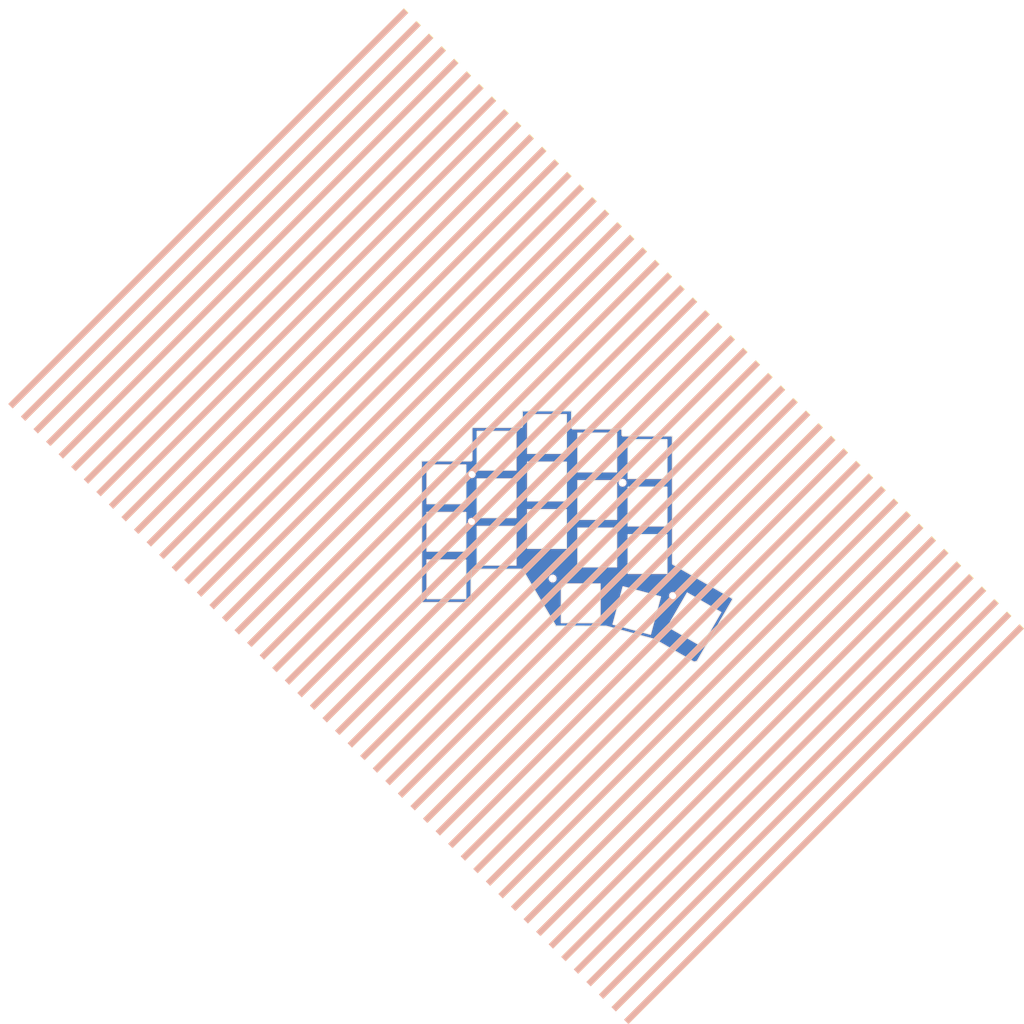
<source format=kicad_pcb>
(kicad_pcb (version 20211014) (generator pcbnew)
  (title_block (title "Corne Light") (date "2018-12-26") (rev "2.1") (company "foostan"))
  (layers (0 "F.Cu" signal) (31 "B.Cu" signal) (34 "B.Paste" user) (35 "F.Paste" user) (36 "B.SilkS" user "B.Silkscreen") (37 "F.SilkS" user "F.Silkscreen") (38 "B.Mask" user) (39 "F.Mask" user) (44 "Edge.Cuts" user))
  (net 0 "")
  (footprint "kbd:SW_Hole_choc" (layer "F.Cu") (at 85.91 70.4)
    (fp_text reference "SW2" hide)
    (fp_text value "SW_PUSH" hide)
    (fp_rect (start -6.9 -6.9) (end 6.9 6.9) (layer "Edge.Cuts") (width 0.12) (fill none))
  )
  (footprint "kbd:SW_Hole_choc" (layer "F.Cu") (at 103.91 58.4)
    (fp_text reference "SW3" hide)
    (fp_text value "SW_PUSH" hide)
    (fp_rect (start -6.9 -6.9) (end 6.9 6.9) (layer "Edge.Cuts") (width 0.12) (fill none))
  )
  (footprint "kbd:SW_Hole_choc" (layer "F.Cu") (at 121.91 52.4)
    (fp_text reference "SW4" hide)
    (fp_text value "SW_PUSH" hide)
    (fp_rect (start -6.9 -6.9) (end 6.9 6.9) (layer "Edge.Cuts") (width 0.12) (fill none))
  )
  (footprint "kbd:SW_Hole_choc" (layer "F.Cu") (at 139.91 59.02)
    (fp_text reference "SW5" hide)
    (fp_text value "SW_PUSH" hide)
    (fp_rect (start -6.9 -6.9) (end 6.9 6.9) (layer "Edge.Cuts") (width 0.12) (fill none))
  )
  (footprint "kbd:SW_Hole_choc" (layer "F.Cu") (at 157.91 61.4)
    (fp_text reference "SW6" hide)
    (fp_text value "SW_PUSH" hide)
    (fp_rect (start -6.9 -6.9) (end 6.9 6.9) (layer "Edge.Cuts") (width 0.12) (fill none))
  )
  (footprint "kbd:SW_Hole_choc" (layer "F.Cu") (at 85.91 87.4)
    (fp_text reference "SW8" hide)
    (fp_text value "SW_PUSH" hide)
    (fp_rect (start -6.9 -6.9) (end 6.9 6.9) (layer "Edge.Cuts") (width 0.12) (fill none))
  )
  (footprint "kbd:SW_Hole_choc" (layer "F.Cu") (at 103.91 75.4)
    (fp_text reference "SW9" hide)
    (fp_text value "SW_PUSH" hide)
    (fp_rect (start -6.9 -6.9) (end 6.9 6.9) (layer "Edge.Cuts") (width 0.12) (fill none))
  )
  (footprint "kbd:SW_Hole_choc" (layer "F.Cu") (at 121.91 69.4)
    (fp_text reference "SW10" hide)
    (fp_text value "SW_PUSH" hide)
    (fp_rect (start -6.9 -6.9) (end 6.9 6.9) (layer "Edge.Cuts") (width 0.12) (fill none))
  )
  (footprint "kbd:SW_Hole_choc" (layer "F.Cu") (at 139.91 76.02)
    (fp_text reference "SW11" hide)
    (fp_text value "SW_PUSH" hide)
    (fp_rect (start -6.9 -6.9) (end 6.9 6.9) (layer "Edge.Cuts") (width 0.12) (fill none))
  )
  (footprint "kbd:SW_Hole_choc" (layer "F.Cu") (at 157.91 78.4)
    (fp_text reference "SW12" hide)
    (fp_text value "SW_PUSH" hide)
    (fp_rect (start -6.9 -6.9) (end 6.9 6.9) (layer "Edge.Cuts") (width 0.12) (fill none))
  )
  (footprint "kbd:SW_Hole_choc" (layer "F.Cu") (at 85.91 104.4)
    (fp_text reference "SW14" hide)
    (fp_text value "SW_PUSH" hide)
    (fp_rect (start -6.9 -6.9) (end 6.9 6.9) (layer "Edge.Cuts") (width 0.12) (fill none))
  )
  (footprint "kbd:SW_Hole_choc" (layer "F.Cu") (at 103.91 92.4)
    (fp_text reference "SW15" hide)
    (fp_text value "SW_PUSH" hide)
    (fp_rect (start -6.9 -6.9) (end 6.9 6.9) (layer "Edge.Cuts") (width 0.12) (fill none))
  )
  (footprint "kbd:SW_Hole_choc" (layer "F.Cu") (at 121.91 86.4)
    (fp_text reference "SW16" hide)
    (fp_text value "SW_PUSH" hide)
    (fp_rect (start -6.9 -6.9) (end 6.9 6.9) (layer "Edge.Cuts") (width 0.12) (fill none))
  )
  (footprint "kbd:SW_Hole_choc" (layer "F.Cu") (at 139.91 93.025)
    (fp_text reference "SW17" hide)
    (fp_text value "SW_PUSH" hide)
    (fp_rect (start -6.9 -6.9) (end 6.9 6.9) (layer "Edge.Cuts") (width 0.12) (fill none))
  )
  (footprint "kbd:SW_Hole_choc" (layer "F.Cu") (at 157.91 95.4)
    (fp_text reference "SW18" hide)
    (fp_text value "SW_PUSH" hide)
    (fp_rect (start -6.9 -6.9) (end 6.9 6.9) (layer "Edge.Cuts") (width 0.12) (fill none))
  )
  (footprint "kbd:SW_Hole_choc" (layer "F.Cu") (at 134.01 112.99 180)
    (fp_text reference "SW19" hide)
    (fp_text value "SW_PUSH" hide)
    (fp_rect (start -6.9 -6.9) (end 6.9 6.9) (layer "Edge.Cuts") (width 0.12) (fill none))
  )
  (footprint "kbd:SW_Hole_choc" (layer "F.Cu") (at 154.06 115.58 165)
    (fp_text reference "SW20" hide)
    (fp_text value "SW_PUSH" hide)
    (fp_rect (start -6.9 -6.9) (end 6.9 6.9) (layer "Edge.Cuts") (width 0.12) (fill none))
  )
  (footprint "kbd:SW_Hole_choc" (layer "F.Cu") (at 174.66 118.79 -120)
    (fp_text reference "SW21" hide)
    (fp_text value "SW_PUSH" hide)
    (fp_rect (start -6.9 -6.9) (end 6.9 6.9) (layer "Edge.Cuts") (width 0.12) (fill none))
  )
  (footprint "kbd:M2_Threads_v2" (layer "F.Cu") (at 95 66.802)
    (fp_text reference "h6" hide)
    (fp_text value "h6" hide)
    (pad "" thru_hole circle (at 0 0) (size 2.3 2.3) (drill 2.3) (layers *.Cu *.Mask))
  )
  (footprint "kbd:M2_Threads_v2" (layer "F.Cu") (at 148.971 69.85)
    (fp_text reference "h7" hide)
    (fp_text value "h7" hide)
    (pad "" thru_hole circle (at 0 0) (size 2.3 2.3) (drill 2.3) (layers *.Cu *.Mask))
  )
  (footprint "kbd:M2_Threads_v2" (layer "F.Cu") (at 123.952 104.14)
    (fp_text reference "h4" hide)
    (fp_text value "h4" hide)
    (pad "" thru_hole circle (at 0 0) (size 2.3 2.3) (drill 2.3) (layers *.Cu *.Mask))
  )
  (footprint "kbd:M2_Threads_v2" (layer "F.Cu") (at 167.005 110.363)
    (fp_text reference "h3" hide)
    (fp_text value "h3" hide)
    (pad "" thru_hole circle (at 0 0) (size 2.3 2.3) (drill 2.3) (layers *.Cu *.Mask))
  )
  (footprint "kbd:M2_Threads_v2" (layer "F.Cu") (at 95 83.82)
    (fp_text reference "h5" hide)
    (fp_text value "h5" hide)
    (pad "" thru_hole circle (at 0 0) (size 2.3 2.3) (drill 2.3) (layers *.Cu *.Mask))
  )
  (footprint "kbd:lines" (layer "F.Cu") (at 108.197498 78.368516)
    (fp_text reference "svg2mod" hide)
    (fp_text value "G***" hide)
    (fp_poly (pts (xy 173.923683 33.121307) (xy 175.422749 34.620374) (xy 34.001392 176.041731) (xy 32.502326 174.542664) (xy 173.923683 33.121307)) (layer "F.SilkS") (width 0.097245) (fill solid))
    (fp_poly (pts (xy 79.482515 -61.31986) (xy 80.981581 -59.820794) (xy -60.439775 81.600563) (xy -61.938842 80.101497) (xy 79.482515 -61.31986)) (layer "F.SilkS") (width 0.097245) (fill solid))
    (fp_poly (pts (xy -1.46706 -142.269435) (xy 0.032006 -140.770369) (xy -141.389351 0.650988) (xy -142.888417 -0.848078) (xy -1.46706 -142.269435)) (layer "F.SilkS") (width 0.097245) (fill solid))
    (fp_poly (pts (xy -10.461456 -151.263831) (xy -8.96239 -149.764765) (xy -150.383747 -8.343408) (xy -151.882813 -9.842474) (xy -10.461456 -151.263831)) (layer "F.SilkS") (width 0.097245) (fill solid))
    (fp_poly (pts (xy 74.985316 -65.817059) (xy 76.484382 -64.317993) (xy -64.936975 77.103364) (xy -66.436041 75.604298) (xy 74.985316 -65.817059)) (layer "F.SilkS") (width 0.097245) (fill solid))
    (fp_poly (pts (xy 182.918081 42.115706) (xy 184.417147 43.614772) (xy 42.99579 185.036129) (xy 41.496724 183.537063) (xy 182.918081 42.115706)) (layer "F.SilkS") (width 0.097245) (fill solid))
    (fp_poly (pts (xy 16.521733 -124.280642) (xy 18.020799 -122.781576) (xy -123.400558 18.639781) (xy -124.899624 17.140715) (xy 16.521733 -124.280642)) (layer "F.SilkS") (width 0.097245) (fill solid))
    (fp_poly (pts (xy -23.953056 -164.755431) (xy -22.453987 -163.256362) (xy -163.875344 -21.835005) (xy -165.374413 -23.334074) (xy -23.953056 -164.755431)) (layer "F.SilkS") (width 0.097245) (fill solid))
    (fp_poly (pts (xy 48.002121 -92.800254) (xy 49.501188 -91.301188) (xy -91.920169 50.120169) (xy -93.419236 48.621103) (xy 48.002121 -92.800254)) (layer "F.SilkS") (width 0.097245) (fill solid))
    (fp_poly (pts (xy -19.455855 -160.25823) (xy -17.956789 -158.759165) (xy -159.378146 -17.337808) (xy -160.877212 -18.836873) (xy -19.455855 -160.25823)) (layer "F.SilkS") (width 0.097245) (fill solid))
    (fp_poly (pts (xy -37.444653 -178.247028) (xy -35.945587 -176.747962) (xy -177.366944 -35.326605) (xy -178.86601 -36.825671) (xy -37.444653 -178.247028)) (layer "F.SilkS") (width 0.097245) (fill solid))
    (fp_poly (pts (xy 151.437694 10.635319) (xy 152.93676 12.134385) (xy 11.515404 153.555742) (xy 10.016337 152.056676) (xy 151.437694 10.635319)) (layer "F.SilkS") (width 0.097245) (fill solid))
    (fp_poly (pts (xy 160.432092 19.629717) (xy 161.931159 21.128783) (xy 20.509802 162.55014) (xy 19.010735 161.051074) (xy 160.432092 19.629717)) (layer "F.SilkS") (width 0.097245) (fill solid))
    (fp_poly (pts (xy 56.996527 -83.805849) (xy 58.495593 -82.306782) (xy -82.925764 59.114575) (xy -84.42483 57.615508) (xy 56.996527 -83.805849)) (layer "F.SilkS") (width 0.097245) (fill solid))
    (fp_poly (pts (xy 164.929284 24.126909) (xy 166.428351 25.625976) (xy 25.006994 167.047333) (xy 23.507927 165.548266) (xy 164.929284 24.126909)) (layer "F.SilkS") (width 0.097245) (fill solid))
    (fp_poly (pts (xy 146.940509 6.138134) (xy 148.439575 7.6372) (xy 7.018219 149.058557) (xy 5.519152 147.559491) (xy 146.940509 6.138134)) (layer "F.SilkS") (width 0.097245) (fill solid))
    (fp_poly (pts (xy 137.946097 -2.856279) (xy 139.445163 -1.357212) (xy -1.976194 140.064145) (xy -3.47526 138.565078) (xy 137.946097 -2.856279)) (layer "F.SilkS") (width 0.097245) (fill solid))
    (fp_poly (pts (xy 97.471312 -43.331064) (xy 98.970378 -41.831997) (xy -42.450979 99.58936) (xy -43.950045 98.090293) (xy 97.471312 -43.331064)) (layer "F.SilkS") (width 0.097245) (fill solid))
    (fp_poly (pts (xy 155.934907 15.132532) (xy 157.433974 16.631599) (xy 16.012617 158.052955) (xy 14.51355 156.553889) (xy 155.934907 15.132532)) (layer "F.SilkS") (width 0.097245) (fill solid))
    (fp_poly (pts (xy 124.454499 -16.347876) (xy 125.953566 -14.84881) (xy -15.467791 126.572547) (xy -16.966858 125.073481) (xy 124.454499 -16.347876)) (layer "F.SilkS") (width 0.097245) (fill solid))
    (fp_poly (pts (xy 92.974113 -47.828263) (xy 94.473179 -46.329196) (xy -46.948178 95.092161) (xy -48.447244 93.593094) (xy 92.974113 -47.828263)) (layer "F.SilkS") (width 0.097245) (fill solid))
    (fp_poly (pts (xy -37.444653 -178.247028) (xy -35.945587 -176.747962) (xy -177.366944 -35.326605) (xy -178.86601 -36.825671) (xy -37.444653 -178.247028)) (layer "F.SilkS") (width 0.097245) (fill solid))
    (fp_poly (pts (xy 83.979714 -56.822661) (xy 85.478781 -55.323595) (xy -55.942576 86.097762) (xy -57.441643 84.598696) (xy 83.979714 -56.822661)) (layer "F.SilkS") (width 0.097245) (fill solid))
    (fp_poly (pts (xy 7.527339 -133.275036) (xy 9.026405 -131.77597) (xy -132.394952 9.645387) (xy -133.894018 8.146321) (xy 7.527339 -133.275036)) (layer "F.SilkS") (width 0.097245) (fill solid))
    (fp_poly (pts (xy 3.03014 -137.772235) (xy 4.529206 -136.273169) (xy -136.892151 5.148188) (xy -138.391217 3.649122) (xy 3.03014 -137.772235)) (layer "F.SilkS") (width 0.097245) (fill solid))
    (fp_poly (pts (xy -5.964259 -146.766634) (xy -4.465193 -145.267569) (xy -145.88655 -3.846212) (xy -147.385616 -5.345277) (xy -5.964259 -146.766634)) (layer "F.SilkS") (width 0.097245) (fill solid))
    (fp_poly (pts (xy -28.450255 -169.25263) (xy -26.951188 -167.753564) (xy -168.372545 -26.332207) (xy -169.871612 -27.831273) (xy -28.450255 -169.25263)) (layer "F.SilkS") (width 0.097245) (fill solid))
    (fp_poly (pts (xy 61.493726 -79.30865) (xy 62.992792 -77.809583) (xy -78.428565 63.611774) (xy -79.927631 62.112707) (xy 61.493726 -79.30865)) (layer "F.SilkS") (width 0.097245) (fill solid))
    (fp_poly (pts (xy 39.007723 -101.794652) (xy 40.506789 -100.295586) (xy -100.914568 41.125771) (xy -102.413634 39.626705) (xy 39.007723 -101.794652)) (layer "F.SilkS") (width 0.097245) (fill solid))
    (fp_poly (pts (xy 178.420896 37.618521) (xy 179.919962 39.117587) (xy 38.498605 180.538944) (xy 36.999539 179.039878) (xy 178.420896 37.618521)) (layer "F.SilkS") (width 0.097245) (fill solid))
    (fp_poly (pts (xy 133.448898 -7.353478) (xy 134.947964 -5.854411) (xy -6.473393 135.566946) (xy -7.972459 134.067879) (xy 133.448898 -7.353478)) (layer "F.SilkS") (width 0.097245) (fill solid))
    (fp_poly (pts (xy 34.510531 -106.291844) (xy 36.009597 -104.792778) (xy -105.41176 36.628579) (xy -106.910826 35.129513) (xy 34.510531 -106.291844)) (layer "F.SilkS") (width 0.097245) (fill solid))
    (fp_poly (pts (xy 110.962902 -29.839473) (xy 112.461968 -28.340407) (xy -28.959389 113.08095) (xy -30.458455 111.581884) (xy 110.962902 -29.839473)) (layer "F.SilkS") (width 0.097245) (fill solid))
    (fp_poly (pts (xy -32.947454 -173.749829) (xy -31.448388 -172.250763) (xy -172.869744 -30.829406) (xy -174.368811 -32.328472) (xy -32.947454 -173.749829)) (layer "F.SilkS") (width 0.097245) (fill solid))
    (fp_poly (pts (xy -14.958656 -155.761031) (xy -13.45959 -154.261965) (xy -154.880947 -12.840608) (xy -156.380013 -14.339674) (xy -14.958656 -155.761031)) (layer "F.SilkS") (width 0.097245) (fill solid))
    (fp_poly (pts (xy 65.990918 -74.811458) (xy 67.489984 -73.312391) (xy -73.931373 68.108966) (xy -75.430439 66.609899) (xy 65.990918 -74.811458)) (layer "F.SilkS") (width 0.097245) (fill solid))
    (fp_poly (pts (xy 30.013332 -110.789043) (xy 31.512398 -109.289977) (xy -109.908959 32.13138) (xy -111.408025 30.632313) (xy 30.013332 -110.789043)) (layer "F.SilkS") (width 0.097245) (fill solid))
    (fp_poly (pts (xy 106.465703 -34.336672) (xy 107.964769 -32.837606) (xy -33.456588 108.583751) (xy -34.955654 107.084685) (xy 106.465703 -34.336672)) (layer "F.SilkS") (width 0.097245) (fill solid))
    (fp_poly (pts (xy 169.426498 28.624122) (xy 170.925564 30.123189) (xy 29.504207 171.544546) (xy 28.005141 170.045479) (xy 169.426498 28.624122)) (layer "F.SilkS") (width 0.097245) (fill solid))
    (fp_poly (pts (xy 88.476913 -52.325462) (xy 89.97598 -50.826395) (xy -51.445377 90.594961) (xy -52.944444 89.095895) (xy 88.476913 -52.325462)) (layer "F.SilkS") (width 0.097245) (fill solid))
    (fp_poly (pts (xy 25.516133 -115.286243) (xy 27.015199 -113.787176) (xy -114.406158 27.634181) (xy -115.905224 26.135114) (xy 25.516133 -115.286243)) (layer "F.SilkS") (width 0.097245) (fill solid))
    (fp_poly (pts (xy 115.460101 -25.342274) (xy 116.959167 -23.843208) (xy -24.462189 117.578149) (xy -25.961256 116.079083) (xy 115.460101 -25.342274)) (layer "F.SilkS") (width 0.097245) (fill solid))
    (fp_poly (pts (xy 21.018933 -119.783442) (xy 22.517998 -118.284377) (xy -118.903358 23.13698) (xy -120.402424 21.637915) (xy 21.018933 -119.783442)) (layer "F.SilkS") (width 0.097245) (fill solid))
    (fp_poly (pts (xy 128.951698 -11.850677) (xy 130.450765 -10.35161) (xy -10.970592 131.069747) (xy -12.469658 129.57068) (xy 128.951698 -11.850677)) (layer "F.SilkS") (width 0.097245) (fill solid))
    (fp_poly (pts (xy 70.488117 -70.314258) (xy 71.987183 -68.815192) (xy -69.434174 72.606165) (xy -70.93324 71.107099) (xy 70.488117 -70.314258)) (layer "F.SilkS") (width 0.097245) (fill solid))
    (fp_poly (pts (xy 12.024539 -128.777836) (xy 13.523605 -127.27877) (xy -127.897752 14.142587) (xy -129.396818 12.643521) (xy 12.024539 -128.777836)) (layer "F.SilkS") (width 0.097245) (fill solid))
    (fp_poly (pts (xy 43.504922 -97.297453) (xy 45.003988 -95.798387) (xy -96.417368 45.62297) (xy -97.916435 44.123904) (xy 43.504922 -97.297453)) (layer "F.SilkS") (width 0.097245) (fill solid))
    (fp_poly (pts (xy 101.968511 -38.833864) (xy 103.467577 -37.334798) (xy -37.95378 104.086559) (xy -39.452846 102.587492) (xy 101.968511 -38.833864)) (layer "F.SilkS") (width 0.097245) (fill solid))
    (fp_poly (pts (xy 52.499327 -88.303048) (xy 53.998394 -86.803981) (xy -87.422963 54.617376) (xy -88.92203 53.118309) (xy 52.499327 -88.303048)) (layer "F.SilkS") (width 0.097245) (fill solid))
    (fp_poly (pts (xy 142.443296 1.640921) (xy 143.942362 3.139987) (xy 2.521005 144.561344) (xy 1.021939 143.062278) (xy 142.443296 1.640921)) (layer "F.SilkS") (width 0.097245) (fill solid))
    (fp_poly (pts (xy 119.9573 -20.845075) (xy 121.456367 -19.346009) (xy -19.96499 122.075348) (xy -21.464057 120.576282) (xy 119.9573 -20.845075)) (layer "F.SilkS") (width 0.097245) (fill solid))
  )
  (footprint "kbd:lines-mirrored" (layer "B.Cu") (at 108.070498 78.495516 180)
    (fp_text reference "svg2mod" hide)
    (fp_text value "G***" hide)
    (fp_poly (pts (xy -160.432092 -19.629717) (xy -161.931159 -21.128783) (xy -20.509802 -162.55014) (xy -19.010735 -161.051074) (xy -160.432092 -19.629717)) (layer "B.SilkS") (width 0.097245) (fill solid))
    (fp_poly (pts (xy -21.018933 119.783442) (xy -22.517998 118.284377) (xy 118.903358 -23.13698) (xy 120.402424 -21.637915) (xy -21.018933 119.783442)) (layer "B.SilkS") (width 0.097245) (fill solid))
    (fp_poly (pts (xy -155.934907 -15.132532) (xy -157.433974 -16.631599) (xy -16.012617 -158.052955) (xy -14.51355 -156.553889) (xy -155.934907 -15.132532)) (layer "B.SilkS") (width 0.097245) (fill solid))
    (fp_poly (pts (xy -164.929284 -24.126909) (xy -166.428351 -25.625976) (xy -25.006994 -167.047333) (xy -23.507927 -165.548266) (xy -164.929284 -24.126909)) (layer "B.SilkS") (width 0.097245) (fill solid))
    (fp_poly (pts (xy -133.448898 7.353478) (xy -134.947964 5.854411) (xy 6.473393 -135.566946) (xy 7.972459 -134.067879) (xy -133.448898 7.353478)) (layer "B.SilkS") (width 0.097245) (fill solid))
    (fp_poly (pts (xy -115.460101 25.342274) (xy -116.959167 23.843208) (xy 24.462189 -117.578149) (xy 25.961256 -116.079083) (xy -115.460101 25.342274)) (layer "B.SilkS") (width 0.097245) (fill solid))
    (fp_poly (pts (xy -7.527339 133.275036) (xy -9.026405 131.77597) (xy 132.394952 -9.645387) (xy 133.894018 -8.146321) (xy -7.527339 133.275036)) (layer "B.SilkS") (width 0.097245) (fill solid))
    (fp_poly (pts (xy -56.996527 83.805849) (xy -58.495593 82.306782) (xy 82.925764 -59.114575) (xy 84.42483 -57.615508) (xy -56.996527 83.805849)) (layer "B.SilkS") (width 0.097245) (fill solid))
    (fp_poly (pts (xy -25.516133 115.286243) (xy -27.015199 113.787176) (xy 114.406158 -27.634181) (xy 115.905224 -26.135114) (xy -25.516133 115.286243)) (layer "B.SilkS") (width 0.097245) (fill solid))
    (fp_poly (pts (xy 28.450255 169.25263) (xy 26.951188 167.753564) (xy 168.372545 26.332207) (xy 169.871612 27.831273) (xy 28.450255 169.25263)) (layer "B.SilkS") (width 0.097245) (fill solid))
    (fp_poly (pts (xy -169.426498 -28.624122) (xy -170.925564 -30.123189) (xy -29.504207 -171.544546) (xy -28.005141 -170.045479) (xy -169.426498 -28.624122)) (layer "B.SilkS") (width 0.097245) (fill solid))
    (fp_poly (pts (xy -142.443296 -1.640921) (xy -143.942362 -3.139987) (xy -2.521005 -144.561344) (xy -1.021939 -143.062278) (xy -142.443296 -1.640921)) (layer "B.SilkS") (width 0.097245) (fill solid))
    (fp_poly (pts (xy -83.979714 56.822661) (xy -85.478781 55.323595) (xy 55.942576 -86.097762) (xy 57.441643 -84.598696) (xy -83.979714 56.822661)) (layer "B.SilkS") (width 0.097245) (fill solid))
    (fp_poly (pts (xy -119.9573 20.845075) (xy -121.456367 19.346009) (xy 19.96499 -122.075348) (xy 21.464057 -120.576282) (xy -119.9573 20.845075)) (layer "B.SilkS") (width 0.097245) (fill solid))
    (fp_poly (pts (xy 10.461456 151.263831) (xy 8.96239 149.764765) (xy 150.383747 8.343408) (xy 151.882813 9.842474) (xy 10.461456 151.263831)) (layer "B.SilkS") (width 0.097245) (fill solid))
    (fp_poly (pts (xy -110.962902 29.839473) (xy -112.461968 28.340407) (xy 28.959389 -113.08095) (xy 30.458455 -111.581884) (xy -110.962902 29.839473)) (layer "B.SilkS") (width 0.097245) (fill solid))
    (fp_poly (pts (xy -70.488117 70.314258) (xy -71.987183 68.815192) (xy 69.434174 -72.606165) (xy 70.93324 -71.107099) (xy -70.488117 70.314258)) (layer "B.SilkS") (width 0.097245) (fill solid))
    (fp_poly (pts (xy -79.482515 61.31986) (xy -80.981581 59.820794) (xy 60.439775 -81.600563) (xy 61.938842 -80.101497) (xy -79.482515 61.31986)) (layer "B.SilkS") (width 0.097245) (fill solid))
    (fp_poly (pts (xy 37.444653 178.247028) (xy 35.945587 176.747962) (xy 177.366944 35.326605) (xy 178.86601 36.825671) (xy 37.444653 178.247028)) (layer "B.SilkS") (width 0.097245) (fill solid))
    (fp_poly (pts (xy -48.002121 92.800254) (xy -49.501188 91.301188) (xy 91.920169 -50.120169) (xy 93.419236 -48.621103) (xy -48.002121 92.800254)) (layer "B.SilkS") (width 0.097245) (fill solid))
    (fp_poly (pts (xy -34.510531 106.291844) (xy -36.009597 104.792778) (xy 105.41176 -36.628579) (xy 106.910826 -35.129513) (xy -34.510531 106.291844)) (layer "B.SilkS") (width 0.097245) (fill solid))
    (fp_poly (pts (xy -178.420896 -37.618521) (xy -179.919962 -39.117587) (xy -38.498605 -180.538944) (xy -36.999539 -179.039878) (xy -178.420896 -37.618521)) (layer "B.SilkS") (width 0.097245) (fill solid))
    (fp_poly (pts (xy -173.923683 -33.121307) (xy -175.422749 -34.620374) (xy -34.001392 -176.041731) (xy -32.502326 -174.542664) (xy -173.923683 -33.121307)) (layer "B.SilkS") (width 0.097245) (fill solid))
    (fp_poly (pts (xy -65.990918 74.811458) (xy -67.489984 73.312391) (xy 73.931373 -68.108966) (xy 75.430439 -66.609899) (xy -65.990918 74.811458)) (layer "B.SilkS") (width 0.097245) (fill solid))
    (fp_poly (pts (xy 14.958656 155.761031) (xy 13.45959 154.261965) (xy 154.880947 12.840608) (xy 156.380013 14.339674) (xy 14.958656 155.761031)) (layer "B.SilkS") (width 0.097245) (fill solid))
    (fp_poly (pts (xy -88.476913 52.325462) (xy -89.97598 50.826395) (xy 51.445377 -90.594961) (xy 52.944444 -89.095895) (xy -88.476913 52.325462)) (layer "B.SilkS") (width 0.097245) (fill solid))
    (fp_poly (pts (xy 23.953056 164.755431) (xy 22.453987 163.256362) (xy 163.875344 21.835005) (xy 165.374413 23.334074) (xy 23.953056 164.755431)) (layer "B.SilkS") (width 0.097245) (fill solid))
    (fp_poly (pts (xy -30.013332 110.789043) (xy -31.512398 109.289977) (xy 109.908959 -32.13138) (xy 111.408025 -30.632313) (xy -30.013332 110.789043)) (layer "B.SilkS") (width 0.097245) (fill solid))
    (fp_poly (pts (xy 19.455855 160.25823) (xy 17.956789 158.759165) (xy 159.378146 17.337808) (xy 160.877212 18.836873) (xy 19.455855 160.25823)) (layer "B.SilkS") (width 0.097245) (fill solid))
    (fp_poly (pts (xy -151.437694 -10.635319) (xy -152.93676 -12.134385) (xy -11.515404 -153.555742) (xy -10.016337 -152.056676) (xy -151.437694 -10.635319)) (layer "B.SilkS") (width 0.097245) (fill solid))
    (fp_poly (pts (xy -39.007723 101.794652) (xy -40.506789 100.295586) (xy 100.914568 -41.125771) (xy 102.413634 -39.626705) (xy -39.007723 101.794652)) (layer "B.SilkS") (width 0.097245) (fill solid))
    (fp_poly (pts (xy -137.946097 2.856279) (xy -139.445163 1.357212) (xy 1.976194 -140.064145) (xy 3.47526 -138.565078) (xy -137.946097 2.856279)) (layer "B.SilkS") (width 0.097245) (fill solid))
    (fp_poly (pts (xy -12.024539 128.777836) (xy -13.523605 127.27877) (xy 127.897752 -14.142587) (xy 129.396818 -12.643521) (xy -12.024539 128.777836)) (layer "B.SilkS") (width 0.097245) (fill solid))
    (fp_poly (pts (xy -52.499327 88.303048) (xy -53.998394 86.803981) (xy 87.422963 -54.617376) (xy 88.92203 -53.118309) (xy -52.499327 88.303048)) (layer "B.SilkS") (width 0.097245) (fill solid))
    (fp_poly (pts (xy -92.974113 47.828263) (xy -94.473179 46.329196) (xy 46.948178 -95.092161) (xy 48.447244 -93.593094) (xy -92.974113 47.828263)) (layer "B.SilkS") (width 0.097245) (fill solid))
    (fp_poly (pts (xy -43.504922 97.297453) (xy -45.003988 95.798387) (xy 96.417368 -45.62297) (xy 97.916435 -44.123904) (xy -43.504922 97.297453)) (layer "B.SilkS") (width 0.097245) (fill solid))
    (fp_poly (pts (xy 32.947454 173.749829) (xy 31.448388 172.250763) (xy 172.869744 30.829406) (xy 174.368811 32.328472) (xy 32.947454 173.749829)) (layer "B.SilkS") (width 0.097245) (fill solid))
    (fp_poly (pts (xy -97.471312 43.331064) (xy -98.970378 41.831997) (xy 42.450979 -99.58936) (xy 43.950045 -98.090293) (xy -97.471312 43.331064)) (layer "B.SilkS") (width 0.097245) (fill solid))
    (fp_poly (pts (xy 5.964259 146.766634) (xy 4.465193 145.267569) (xy 145.88655 3.846212) (xy 147.385616 5.345277) (xy 5.964259 146.766634)) (layer "B.SilkS") (width 0.097245) (fill solid))
    (fp_poly (pts (xy -101.968511 38.833864) (xy -103.467577 37.334798) (xy 37.95378 -104.086559) (xy 39.452846 -102.587492) (xy -101.968511 38.833864)) (layer "B.SilkS") (width 0.097245) (fill solid))
    (fp_poly (pts (xy -106.465703 34.336672) (xy -107.964769 32.837606) (xy 33.456588 -108.583751) (xy 34.955654 -107.084685) (xy -106.465703 34.336672)) (layer "B.SilkS") (width 0.097245) (fill solid))
    (fp_poly (pts (xy -61.493726 79.30865) (xy -62.992792 77.809583) (xy 78.428565 -63.611774) (xy 79.927631 -62.112707) (xy -61.493726 79.30865)) (layer "B.SilkS") (width 0.097245) (fill solid))
    (fp_poly (pts (xy -146.940509 -6.138134) (xy -148.439575 -7.6372) (xy -7.018219 -149.058557) (xy -5.519152 -147.559491) (xy -146.940509 -6.138134)) (layer "B.SilkS") (width 0.097245) (fill solid))
    (fp_poly (pts (xy -16.521733 124.280642) (xy -18.020799 122.781576) (xy 123.400558 -18.639781) (xy 124.899624 -17.140715) (xy -16.521733 124.280642)) (layer "B.SilkS") (width 0.097245) (fill solid))
    (fp_poly (pts (xy -128.951698 11.850677) (xy -130.450765 10.35161) (xy 10.970592 -131.069747) (xy 12.469658 -129.57068) (xy -128.951698 11.850677)) (layer "B.SilkS") (width 0.097245) (fill solid))
    (fp_poly (pts (xy -3.03014 137.772235) (xy -4.529206 136.273169) (xy 136.892151 -5.148188) (xy 138.391217 -3.649122) (xy -3.03014 137.772235)) (layer "B.SilkS") (width 0.097245) (fill solid))
    (fp_poly (pts (xy 37.444653 178.247028) (xy 35.945587 176.747962) (xy 177.366944 35.326605) (xy 178.86601 36.825671) (xy 37.444653 178.247028)) (layer "B.SilkS") (width 0.097245) (fill solid))
    (fp_poly (pts (xy -74.985316 65.817059) (xy -76.484382 64.317993) (xy 64.936975 -77.103364) (xy 66.436041 -75.604298) (xy -74.985316 65.817059)) (layer "B.SilkS") (width 0.097245) (fill solid))
    (fp_poly (pts (xy 1.46706 142.269435) (xy -0.032006 140.770369) (xy 141.389351 -0.650988) (xy 142.888417 0.848078) (xy 1.46706 142.269435)) (layer "B.SilkS") (width 0.097245) (fill solid))
    (fp_poly (pts (xy -182.918081 -42.115706) (xy -184.417147 -43.614772) (xy -42.99579 -185.036129) (xy -41.496724 -183.537063) (xy -182.918081 -42.115706)) (layer "B.SilkS") (width 0.097245) (fill solid))
    (fp_poly (pts (xy -124.454499 16.347876) (xy -125.953566 14.84881) (xy 15.467791 -126.572547) (xy 16.966858 -125.073481) (xy -124.454499 16.347876)) (layer "B.SilkS") (width 0.097245) (fill solid))
  )
  (gr_line (start 94.540847 62.014447) (end 77.4192 61.976) (layer "Edge.Cuts") (width 0.15))
  (gr_line (start 175.768 133.6548) (end 188.304 111.884) (layer "Edge.Cuts") (width 0.15))
  (gr_line (start 160.4772 125.984) (end 174.288668 133.9596) (layer "Edge.Cuts") (width 0.15))
  (gr_line (start 125.3744 121.240811) (end 143.1544 121.2596) (layer "Edge.Cuts") (width 0.15))
  (gr_arc (start 166.360498 53.055) (mid 166.678903 53.165683) (end 166.86 53.45) (layer "Edge.Cuts") (width 0.15))
  (gr_line (start 166.360498 53.055) (end 149.2932 53.06902) (layer "Edge.Cuts") (width 0.15))
  (gr_arc (start 95.040847 61.514447) (mid 94.8944 61.868) (end 94.540847 62.014447) (layer "Edge.Cuts") (width 0.15))
  (gr_arc (start 95.01712 50.50682) (mid 95.163567 50.153267) (end 95.51712 50.00682) (layer "Edge.Cuts") (width 0.15))
  (gr_line (start 130.31 44.0362) (end 113.53 44.049553) (layer "Edge.Cuts") (width 0.15))
  (gr_line (start 130.81 50.0534) (end 130.81 44.5362) (layer "Edge.Cuts") (width 0.15))
  (gr_line (start 148.2932 50.56902) (end 131.31 50.5534) (layer "Edge.Cuts") (width 0.15))
  (gr_line (start 148.7932 52.56902) (end 148.7932 51.06902) (layer "Edge.Cuts") (width 0.15))
  (gr_line (start 95.01712 50.50682) (end 95.040847 61.514447) (layer "Edge.Cuts") (width 0.15))
  (gr_line (start 112.54712 50.00682) (end 95.51712 50.00682) (layer "Edge.Cuts") (width 0.15))
  (gr_line (start 113.03 44.549553) (end 113.04712 49.50682) (layer "Edge.Cuts") (width 0.15))
  (gr_arc (start 113.04712 49.50682) (mid 112.900673 49.860373) (end 112.54712 50.00682) (layer "Edge.Cuts") (width 0.15))
  (gr_arc (start 113.03 44.549553) (mid 113.176447 44.196) (end 113.53 44.049553) (layer "Edge.Cuts") (width 0.15))
  (gr_arc (start 130.31 44.0362) (mid 130.663553 44.182647) (end 130.81 44.5362) (layer "Edge.Cuts") (width 0.15))
  (gr_arc (start 131.31 50.5534) (mid 130.956447 50.406953) (end 130.81 50.0534) (layer "Edge.Cuts") (width 0.15))
  (gr_arc (start 148.2932 50.56902) (mid 148.646753 50.715467) (end 148.7932 51.06902) (layer "Edge.Cuts") (width 0.15))
  (gr_arc (start 149.2932 53.06902) (mid 148.939647 52.922573) (end 148.7932 52.56902) (layer "Edge.Cuts") (width 0.15))
  (gr_line (start 95.4532 100.862652) (end 112.6236 100.862652) (layer "Edge.Cuts") (width 0.15))
  (gr_line (start 94.8436 105.5624) (end 94.8436 101.472252) (layer "Edge.Cuts") (width 0.15))
  (gr_arc (start 112.6236 100.862652) (mid 113.02279 100.980057) (end 113.294857 101.294883) (layer "Edge.Cuts") (width 0.15))
  (gr_arc (start 125.3744 121.240811) (mid 125.184464 121.206306) (end 125.0188 121.1072) (layer "Edge.Cuts") (width 0.15))
  (gr_arc (start 175.768 133.6548) (mid 175.064863 133.984494) (end 174.288668 133.959599) (layer "Edge.Cuts") (width 0.15))
  (gr_line (start 77.0128 93.7768) (end 77.0128 110.744) (layer "Edge.Cuts") (width 0.15))
  (gr_line (start 76.962 62.4332) (end 77.0128 76.708) (layer "Edge.Cuts") (width 0.15))
  (gr_line (start 166.86 53.45) (end 166.89 98.74) (layer "Edge.Cuts") (width 0.15))
  (gr_line (start 94.7928 112.1156) (end 94.8436 105.5624) (layer "Edge.Cuts") (width 0.15))
  (gr_arc (start 94.8436 101.472252) (mid 95.022148 101.0412) (end 95.4532 100.862652) (layer "Edge.Cuts") (width 0.15))
  (gr_arc (start 167.28 99.11) (mid 167.045968 98.966142) (end 166.889999 98.74) (layer "Edge.Cuts") (width 0.15))
  (gr_arc (start 94.7928 112.1156) (mid 94.599373 112.582573) (end 94.1324 112.776) (layer "Edge.Cuts") (width 0.15))
  (gr_line (start 77.0128 112.1156) (end 77.0128 110.744) (layer "Edge.Cuts") (width 0.15))
  (gr_line (start 188.021631 111.020019) (end 167.28 99.11) (layer "Edge.Cuts") (width 0.15))
  (gr_line (start 77.0128 76.708) (end 77.0128 93.7768) (layer "Edge.Cuts") (width 0.15))
  (gr_arc (start 188.021632 111.020019) (mid 188.335826 111.395466) (end 188.304 111.884) (layer "Edge.Cuts") (width 0.15))
  (gr_line (start 113.294857 101.294883) (end 125.0188 121.1072) (layer "Edge.Cuts") (width 0.15))
  (gr_arc (start 76.962 62.4332) (mid 77.095911 62.109911) (end 77.4192 61.976) (layer "Edge.Cuts") (width 0.15))
  (gr_line (start 77.6732 112.776) (end 94.1324 112.776) (layer "Edge.Cuts") (width 0.15))
  (gr_line (start 143.1544 121.2596) (end 160.4772 125.984) (layer "Edge.Cuts") (width 0.15))
  (gr_arc (start 77.6732 112.776) (mid 77.206227 112.582573) (end 77.0128 112.1156) (layer "Edge.Cuts") (width 0.15))
  (zone (net 0) (net_name "") (layers F&B.Cu) (connect_pads (clearance 0)) (min_thickness 0.254) (fill yes (thermal_gap 0.508) (thermal_bridge_width 0.508))
    (polygon (pts (xy 202.79 154.28) (xy 54.75 142.08) (xy 68.58 43.98) (xy 180.26 33.03)))
  )
)
</source>
